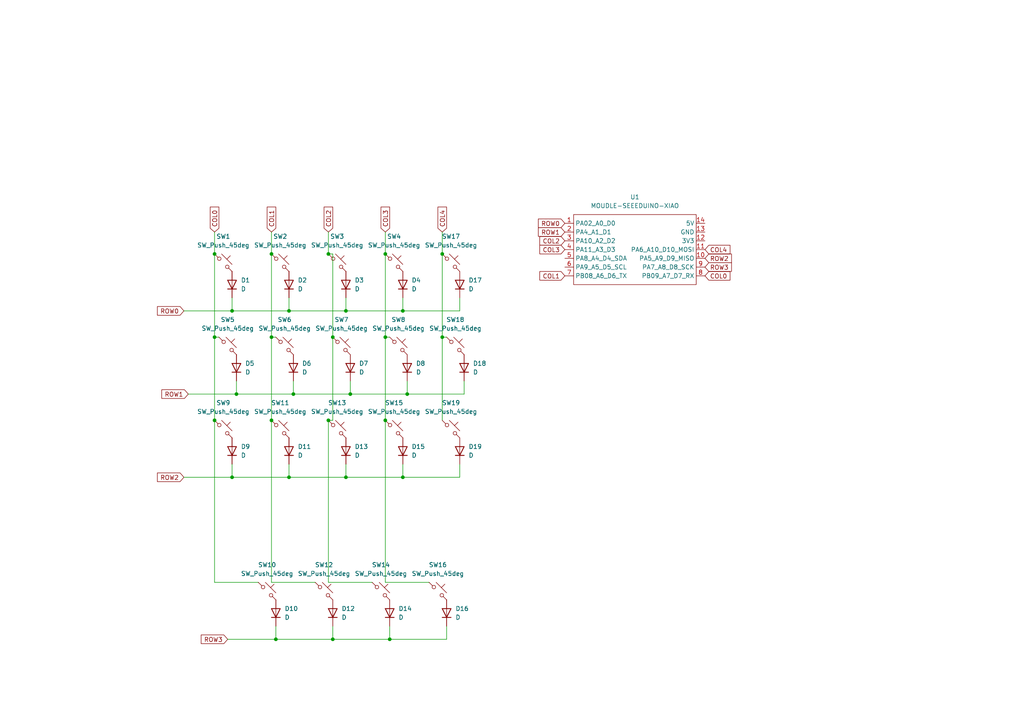
<source format=kicad_sch>
(kicad_sch (version 20231120) (generator "eeschema") (generator_version "8.0")
  (paper "A4")
  (lib_symbols
    (symbol "Device:D" (pin_numbers hide) (pin_names (offset 1.016) hide)
      (property "Reference" "D" (at 0 2.54 0))
      (property "Value" "D" (at 0 -2.54 0))
      (symbol "D_0_1"
        (polyline (pts (xy -1.27 1.27) (xy -1.27 -1.27)) (stroke (width 0.254)))
        (polyline (pts (xy 1.27 0) (xy -1.27 0)))
        (polyline (pts (xy 1.27 1.27) (xy 1.27 -1.27) (xy -1.27 0) (xy 1.27 1.27)) (stroke (width 0.254)))
      )
      (symbol "D_1_1"
        (pin passive line (at -3.81 0 0) (length 2.54) (name "K") (number "1"))
        (pin passive line (at 3.81 0 180) (length 2.54) (name "A") (number "2"))
      )
    )
    (symbol "MOUDLE-SEEEDUINO-XIAO:MOUDLE-SEEEDUINO-XIAO"
      (property "Reference" "U" (at -16.51 11.43 0))
      (property "Value" "MOUDLE-SEEEDUINO-XIAO" (at -3.81 -11.43 0))
      (symbol "MOUDLE-SEEEDUINO-XIAO_0_1"
        (rectangle (start -16.51 10.16) (end 19.05 -10.16))
      )
      (symbol "MOUDLE-SEEEDUINO-XIAO_1_1"
        (pin passive line (at -19.05 7.62 0) (length 2.54) (name "PA02_A0_D0") (number "1"))
        (pin passive line (at 21.59 -2.54 180) (length 2.54) (name "PA5_A9_D9_MISO") (number "10"))
        (pin passive line (at 21.59 0 180) (length 2.54) (name "PA6_A10_D10_MOSI") (number "11"))
        (pin passive line (at 21.59 2.54 180) (length 2.54) (name "3V3") (number "12"))
        (pin passive line (at 21.59 5.08 180) (length 2.54) (name "GND") (number "13"))
        (pin passive line (at 21.59 7.62 180) (length 2.54) (name "5V") (number "14"))
        (pin passive line (at -19.05 5.08 0) (length 2.54) (name "PA4_A1_D1") (number "2"))
        (pin passive line (at -19.05 2.54 0) (length 2.54) (name "PA10_A2_D2") (number "3"))
        (pin passive line (at -19.05 0 0) (length 2.54) (name "PA11_A3_D3") (number "4"))
        (pin passive line (at -19.05 -2.54 0) (length 2.54) (name "PA8_A4_D4_SDA") (number "5"))
        (pin passive line (at -19.05 -5.08 0) (length 2.54) (name "PA9_A5_D5_SCL") (number "6"))
        (pin passive line (at -19.05 -7.62 0) (length 2.54) (name "PB08_A6_D6_TX") (number "7"))
        (pin passive line (at 21.59 -7.62 180) (length 2.54) (name "PB09_A7_D7_RX") (number "8"))
        (pin passive line (at 21.59 -5.08 180) (length 2.54) (name "PA7_A8_D8_SCK") (number "9"))
      )
    )
    (symbol "Switch:SW_Push_45deg" (pin_numbers hide) (pin_names (offset 1.016) hide)
      (property "Reference" "SW" (at 3.048 1.016 0))
      (property "Value" "SW_Push_45deg" (at 0 -3.81 0))
      (symbol "SW_Push_45deg_0_1"
        (circle (center -1.1684 1.1684) (radius 0.508))
        (polyline (pts (xy -0.508 2.54) (xy 2.54 -0.508)))
        (polyline (pts (xy 1.016 1.016) (xy 2.032 2.032)))
        (polyline (pts (xy -2.54 2.54) (xy -1.524 1.524) (xy -1.524 1.524)))
        (polyline (pts (xy 1.524 -1.524) (xy 2.54 -2.54) (xy 2.54 -2.54) (xy 2.54 -2.54)))
        (circle (center 1.143 -1.1938) (radius 0.508))
        (pin passive line (at -2.54 2.54 0) (length 0) (name "1") (number "1"))
        (pin passive line (at 2.54 -2.54 180) (length 0) (name "2") (number "2"))
      )
    )
  )
  (junction (at 111.76 73.66))
  (junction (at 78.74 97.79))
  (junction (at 68.58 114.3))
  (junction (at 116.84 138.43))
  (junction (at 100.33 138.43))
  (junction (at 95.25 121.92))
  (junction (at 101.6 114.3))
  (junction (at 118.11 114.3))
  (junction (at 113.03 185.42))
  (junction (at 96.52 97.79))
  (junction (at 67.31 90.17))
  (junction (at 62.23 97.79))
  (junction (at 96.52 185.42))
  (junction (at 67.31 138.43))
  (junction (at 85.09 114.3))
  (junction (at 100.33 90.17))
  (junction (at 128.27 73.66))
  (junction (at 83.82 138.43))
  (junction (at 78.74 121.92))
  (junction (at 83.82 90.17))
  (junction (at 111.76 97.79))
  (junction (at 80.01 185.42))
  (junction (at 62.23 73.66))
  (junction (at 116.84 90.17))
  (junction (at 128.27 97.79))
  (junction (at 111.76 121.92))
  (junction (at 95.25 73.66))
  (junction (at 62.23 121.92))
  (junction (at 78.74 73.66))
  (wire (pts (xy 118.11 114.3) (xy 134.62 114.3)))
  (wire (pts (xy 68.58 110.49) (xy 68.58 114.3)))
  (wire (pts (xy 62.23 121.92) (xy 62.23 168.91)))
  (wire (pts (xy 116.84 90.17) (xy 116.84 86.36)))
  (wire (pts (xy 111.76 121.92) (xy 111.76 168.91)))
  (wire (pts (xy 78.74 73.66) (xy 78.74 97.79)))
  (wire (pts (xy 62.23 67.31) (xy 62.23 73.66)))
  (wire (pts (xy 116.84 90.17) (xy 133.35 90.17)))
  (wire (pts (xy 101.6 114.3) (xy 118.11 114.3)))
  (wire (pts (xy 53.34 90.17) (xy 67.31 90.17)))
  (wire (pts (xy 66.04 185.42) (xy 80.01 185.42)))
  (wire (pts (xy 83.82 138.43) (xy 100.33 138.43)))
  (wire (pts (xy 100.33 90.17) (xy 116.84 90.17)))
  (wire (pts (xy 134.62 114.3) (xy 134.62 110.49)))
  (wire (pts (xy 116.84 138.43) (xy 133.35 138.43)))
  (wire (pts (xy 83.82 90.17) (xy 100.33 90.17)))
  (wire (pts (xy 95.25 168.91) (xy 107.95 168.91)))
  (wire (pts (xy 116.84 138.43) (xy 116.84 134.62)))
  (wire (pts (xy 54.61 114.3) (xy 68.58 114.3)))
  (wire (pts (xy 96.52 185.42) (xy 113.03 185.42)))
  (wire (pts (xy 118.11 114.3) (xy 118.11 110.49)))
  (wire (pts (xy 85.09 114.3) (xy 101.6 114.3)))
  (wire (pts (xy 95.25 67.31) (xy 95.25 73.66)))
  (wire (pts (xy 83.82 86.36) (xy 83.82 90.17)))
  (wire (pts (xy 113.03 185.42) (xy 113.03 181.61)))
  (wire (pts (xy 100.33 138.43) (xy 100.33 134.62)))
  (wire (pts (xy 111.76 168.91) (xy 124.46 168.91)))
  (wire (pts (xy 113.03 185.42) (xy 129.54 185.42)))
  (wire (pts (xy 100.33 138.43) (xy 116.84 138.43)))
  (wire (pts (xy 100.33 90.17) (xy 100.33 86.36)))
  (wire (pts (xy 83.82 134.62) (xy 83.82 138.43)))
  (wire (pts (xy 62.23 97.79) (xy 63.5 97.79)))
  (wire (pts (xy 67.31 138.43) (xy 83.82 138.43)))
  (wire (pts (xy 111.76 97.79) (xy 111.76 121.92)))
  (wire (pts (xy 62.23 168.91) (xy 74.93 168.91)))
  (wire (pts (xy 96.52 97.79) (xy 96.52 73.66)))
  (wire (pts (xy 78.74 168.91) (xy 91.44 168.91)))
  (wire (pts (xy 129.54 185.42) (xy 129.54 181.61)))
  (wire (pts (xy 96.52 121.92) (xy 95.25 121.92)))
  (wire (pts (xy 128.27 73.66) (xy 128.27 97.79)))
  (wire (pts (xy 133.35 138.43) (xy 133.35 134.62)))
  (wire (pts (xy 68.58 114.3) (xy 85.09 114.3)))
  (wire (pts (xy 128.27 97.79) (xy 129.54 97.79)))
  (wire (pts (xy 78.74 67.31) (xy 78.74 73.66)))
  (wire (pts (xy 96.52 97.79) (xy 96.52 121.92)))
  (wire (pts (xy 128.27 97.79) (xy 128.27 121.92)))
  (wire (pts (xy 101.6 114.3) (xy 101.6 110.49)))
  (wire (pts (xy 78.74 121.92) (xy 78.74 168.91)))
  (wire (pts (xy 85.09 110.49) (xy 85.09 114.3)))
  (wire (pts (xy 128.27 67.31) (xy 128.27 73.66)))
  (wire (pts (xy 96.52 181.61) (xy 96.52 185.42)))
  (wire (pts (xy 80.01 185.42) (xy 96.52 185.42)))
  (wire (pts (xy 62.23 97.79) (xy 62.23 121.92)))
  (wire (pts (xy 80.01 181.61) (xy 80.01 185.42)))
  (wire (pts (xy 111.76 73.66) (xy 111.76 97.79)))
  (wire (pts (xy 78.74 97.79) (xy 78.74 121.92)))
  (wire (pts (xy 53.34 138.43) (xy 67.31 138.43)))
  (wire (pts (xy 133.35 90.17) (xy 133.35 86.36)))
  (wire (pts (xy 67.31 134.62) (xy 67.31 138.43)))
  (wire (pts (xy 95.25 121.92) (xy 95.25 168.91)))
  (wire (pts (xy 78.74 97.79) (xy 80.01 97.79)))
  (wire (pts (xy 67.31 86.36) (xy 67.31 90.17)))
  (wire (pts (xy 62.23 73.66) (xy 62.23 97.79)))
  (wire (pts (xy 111.76 97.79) (xy 113.03 97.79)))
  (wire (pts (xy 67.31 90.17) (xy 83.82 90.17)))
  (wire (pts (xy 111.76 67.31) (xy 111.76 73.66)))
  (wire (pts (xy 96.52 73.66) (xy 95.25 73.66)))
  (global_label "ROW3" (shape input) (at 66.04 185.42 180) (property "Intersheetrefs" "${INTERSHEET_REFS}" (effects (hide yes))))
  (global_label "ROW2" (shape input) (at 53.34 138.43 180) (property "Intersheetrefs" "${INTERSHEET_REFS}" (effects (hide yes))))
  (global_label "COL4" (shape input) (at 128.27 67.31 90) (property "Intersheetrefs" "${INTERSHEET_REFS}" (effects (hide yes))))
  (global_label "ROW0" (shape input) (at 163.83 64.77 180) (property "Intersheetrefs" "${INTERSHEET_REFS}" (effects (hide yes))))
  (global_label "ROW1" (shape input) (at 163.83 67.31 180) (property "Intersheetrefs" "${INTERSHEET_REFS}" (effects (hide yes))))
  (global_label "COL4" (shape input) (at 204.47 72.39 0) (property "Intersheetrefs" "${INTERSHEET_REFS}" (effects (hide yes))))
  (global_label "ROW3" (shape input) (at 204.47 77.47 0) (property "Intersheetrefs" "${INTERSHEET_REFS}" (effects (hide yes))))
  (global_label "COL1" (shape input) (at 163.83 80.01 180) (property "Intersheetrefs" "${INTERSHEET_REFS}" (effects (hide yes))))
  (global_label "COL2" (shape input) (at 163.83 69.85 180) (property "Intersheetrefs" "${INTERSHEET_REFS}" (effects (hide yes))))
  (global_label "COL1" (shape input) (at 78.74 67.31 90) (property "Intersheetrefs" "${INTERSHEET_REFS}" (effects (hide yes))))
  (global_label "ROW2" (shape input) (at 204.47 74.93 0) (property "Intersheetrefs" "${INTERSHEET_REFS}" (effects (hide yes))))
  (global_label "COL2" (shape input) (at 95.25 67.31 90) (property "Intersheetrefs" "${INTERSHEET_REFS}" (effects (hide yes))))
  (global_label "ROW1" (shape input) (at 54.61 114.3 180) (property "Intersheetrefs" "${INTERSHEET_REFS}" (effects (hide yes))))
  (global_label "COL0" (shape input) (at 62.23 67.31 90) (property "Intersheetrefs" "${INTERSHEET_REFS}" (effects (hide yes))))
  (global_label "ROW0" (shape input) (at 53.34 90.17 180) (property "Intersheetrefs" "${INTERSHEET_REFS}" (effects (hide yes))))
  (global_label "COL3" (shape input) (at 163.83 72.39 180) (property "Intersheetrefs" "${INTERSHEET_REFS}" (effects (hide yes))))
  (global_label "COL3" (shape input) (at 111.76 67.31 90) (property "Intersheetrefs" "${INTERSHEET_REFS}" (effects (hide yes))))
  (global_label "COL0" (shape input) (at 204.47 80.01 0) (property "Intersheetrefs" "${INTERSHEET_REFS}" (effects (hide yes))))
  (symbol (lib_id "Device:D") (at 100.33 130.81 90) (unit 1)
    (property "Reference" "D13" (at 102.87 129.5399 90) (effects (justify right)))
    (property "Value" "D" (at 102.87 132.0799 90) (effects (justify right)))
    (property "Footprint" "Diode_THT:D_DO-35_SOD27_P7.62mm_Horizontal" (effects (hide yes)))
    (property "Description" "Diode" (effects (hide yes)))
    (property "Sim.Device" "D" (effects (hide yes)))
    (property "Sim.Pins" "1=K 2=A" (effects (hide yes)))
  )
  (symbol (lib_id "Device:D") (at 85.09 106.68 90) (unit 1)
    (property "Reference" "D6" (at 87.63 105.4099 90) (effects (justify right)))
    (property "Value" "D" (at 87.63 107.9499 90) (effects (justify right)))
    (property "Footprint" "Diode_THT:D_DO-35_SOD27_P7.62mm_Horizontal" (effects (hide yes)))
    (property "Description" "Diode" (effects (hide yes)))
    (property "Sim.Device" "D" (effects (hide yes)))
    (property "Sim.Pins" "1=K 2=A" (effects (hide yes)))
  )
  (symbol (lib_id "Device:D") (at 129.54 177.8 90) (unit 1)
    (property "Reference" "D16" (at 132.08 176.5299 90) (effects (justify right)))
    (property "Value" "D" (at 132.08 179.0699 90) (effects (justify right)))
    (property "Footprint" "Diode_THT:D_DO-35_SOD27_P7.62mm_Horizontal" (effects (hide yes)))
    (property "Description" "Diode" (effects (hide yes)))
    (property "Sim.Device" "D" (effects (hide yes)))
    (property "Sim.Pins" "1=K 2=A" (effects (hide yes)))
  )
  (symbol (lib_id "Device:D") (at 116.84 130.81 90) (unit 1)
    (property "Reference" "D15" (at 119.38 129.5399 90) (effects (justify right)))
    (property "Value" "D" (at 119.38 132.0799 90) (effects (justify right)))
    (property "Footprint" "Diode_THT:D_DO-35_SOD27_P7.62mm_Horizontal" (effects (hide yes)))
    (property "Description" "Diode" (effects (hide yes)))
    (property "Sim.Device" "D" (effects (hide yes)))
    (property "Sim.Pins" "1=K 2=A" (effects (hide yes)))
  )
  (symbol (lib_id "Device:D") (at 133.35 130.81 90) (unit 1)
    (property "Reference" "D19" (at 135.89 129.5399 90) (effects (justify right)))
    (property "Value" "D" (at 135.89 132.0799 90) (effects (justify right)))
    (property "Footprint" "Diode_THT:D_DO-35_SOD27_P7.62mm_Horizontal" (effects (hide yes)))
    (property "Description" "Diode" (effects (hide yes)))
    (property "Sim.Device" "D" (effects (hide yes)))
    (property "Sim.Pins" "1=K 2=A" (effects (hide yes)))
  )
  (symbol (lib_id "Device:D") (at 67.31 82.55 90) (unit 1)
    (property "Reference" "D1" (at 69.85 81.2799 90) (effects (justify right)))
    (property "Value" "D" (at 69.85 83.8199 90) (effects (justify right)))
    (property "Footprint" "Diode_THT:D_DO-35_SOD27_P7.62mm_Horizontal" (effects (hide yes)))
    (property "Description" "Diode" (effects (hide yes)))
    (property "Sim.Device" "D" (effects (hide yes)))
    (property "Sim.Pins" "1=K 2=A" (effects (hide yes)))
  )
  (symbol (lib_id "Device:D") (at 133.35 82.55 90) (unit 1)
    (property "Reference" "D17" (at 135.89 81.2799 90) (effects (justify right)))
    (property "Value" "D" (at 135.89 83.8199 90) (effects (justify right)))
    (property "Footprint" "Diode_THT:D_DO-35_SOD27_P7.62mm_Horizontal" (effects (hide yes)))
    (property "Description" "Diode" (effects (hide yes)))
    (property "Sim.Device" "D" (effects (hide yes)))
    (property "Sim.Pins" "1=K 2=A" (effects (hide yes)))
  )
  (symbol (lib_id "Switch:SW_Push_45deg") (at 130.81 76.2 0) (unit 1)
    (property "Reference" "SW17" (at 130.81 68.58 0))
    (property "Value" "SW_Push_45deg" (at 130.81 71.12 0))
    (property "Footprint" "ScottoKeebs_Choc:Choc_V1V2_1.00u" (effects (hide yes)))
    (property "Description" "Push button switch, normally open, two pins, 45° tilted" (effects (hide yes)))
  )
  (symbol (lib_id "Switch:SW_Push_45deg") (at 77.47 171.45 0) (unit 1)
    (property "Reference" "SW10" (at 77.47 163.83 0))
    (property "Value" "SW_Push_45deg" (at 77.47 166.37 0))
    (property "Footprint" "ScottoKeebs_Choc:Choc_V1V2_1.00u" (effects (hide yes)))
    (property "Description" "Push button switch, normally open, two pins, 45° tilted" (effects (hide yes)))
  )
  (symbol (lib_id "Switch:SW_Push_45deg") (at 93.98 171.45 0) (unit 1)
    (property "Reference" "SW12" (at 93.98 163.83 0))
    (property "Value" "SW_Push_45deg" (at 93.98 166.37 0))
    (property "Footprint" "ScottoKeebs_Choc:Choc_V1V2_1.00u" (effects (hide yes)))
    (property "Description" "Push button switch, normally open, two pins, 45° tilted" (effects (hide yes)))
  )
  (symbol (lib_id "Switch:SW_Push_45deg") (at 130.81 124.46 0) (unit 1)
    (property "Reference" "SW19" (at 130.81 116.84 0))
    (property "Value" "SW_Push_45deg" (at 130.81 119.38 0))
    (property "Footprint" "ScottoKeebs_Choc:Choc_V1V2_1.50u_90deg" (effects (hide yes)))
    (property "Description" "Push button switch, normally open, two pins, 45° tilted" (effects (hide yes)))
  )
  (symbol (lib_id "Device:D") (at 67.31 130.81 90) (unit 1)
    (property "Reference" "D9" (at 69.85 129.5399 90) (effects (justify right)))
    (property "Value" "D" (at 69.85 132.0799 90) (effects (justify right)))
    (property "Footprint" "Diode_THT:D_DO-35_SOD27_P7.62mm_Horizontal" (effects (hide yes)))
    (property "Description" "Diode" (effects (hide yes)))
    (property "Sim.Device" "D" (effects (hide yes)))
    (property "Sim.Pins" "1=K 2=A" (effects (hide yes)))
  )
  (symbol (lib_id "Device:D") (at 100.33 82.55 90) (unit 1)
    (property "Reference" "D3" (at 102.87 81.2799 90) (effects (justify right)))
    (property "Value" "D" (at 102.87 83.8199 90) (effects (justify right)))
    (property "Footprint" "Diode_THT:D_DO-35_SOD27_P7.62mm_Horizontal" (effects (hide yes)))
    (property "Description" "Diode" (effects (hide yes)))
    (property "Sim.Device" "D" (effects (hide yes)))
    (property "Sim.Pins" "1=K 2=A" (effects (hide yes)))
  )
  (symbol (lib_id "Switch:SW_Push_45deg") (at 82.55 100.33 0) (unit 1)
    (property "Reference" "SW6" (at 82.55 92.71 0))
    (property "Value" "SW_Push_45deg" (at 82.55 95.25 0))
    (property "Footprint" "ScottoKeebs_Choc:Choc_V1V2_1.00u" (effects (hide yes)))
    (property "Description" "Push button switch, normally open, two pins, 45° tilted" (effects (hide yes)))
  )
  (symbol (lib_id "Switch:SW_Push_45deg") (at 114.3 76.2 0) (unit 1)
    (property "Reference" "SW4" (at 114.3 68.58 0))
    (property "Value" "SW_Push_45deg" (at 114.3 71.12 0))
    (property "Footprint" "ScottoKeebs_Choc:Choc_V1V2_1.00u" (effects (hide yes)))
    (property "Description" "Push button switch, normally open, two pins, 45° tilted" (effects (hide yes)))
  )
  (symbol (lib_id "Device:D") (at 68.58 106.68 90) (unit 1)
    (property "Reference" "D5" (at 71.12 105.4099 90) (effects (justify right)))
    (property "Value" "D" (at 71.12 107.9499 90) (effects (justify right)))
    (property "Footprint" "Diode_THT:D_DO-35_SOD27_P7.62mm_Horizontal" (effects (hide yes)))
    (property "Description" "Diode" (effects (hide yes)))
    (property "Sim.Device" "D" (effects (hide yes)))
    (property "Sim.Pins" "1=K 2=A" (effects (hide yes)))
  )
  (symbol (lib_id "Switch:SW_Push_45deg") (at 81.28 124.46 0) (unit 1)
    (property "Reference" "SW11" (at 81.28 116.84 0))
    (property "Value" "SW_Push_45deg" (at 81.28 119.38 0))
    (property "Footprint" "ScottoKeebs_Choc:Choc_V1V2_1.00u" (effects (hide yes)))
    (property "Description" "Push button switch, normally open, two pins, 45° tilted" (effects (hide yes)))
  )
  (symbol (lib_id "Device:D") (at 83.82 130.81 90) (unit 1)
    (property "Reference" "D11" (at 86.36 129.5399 90) (effects (justify right)))
    (property "Value" "D" (at 86.36 132.0799 90) (effects (justify right)))
    (property "Footprint" "Diode_THT:D_DO-35_SOD27_P7.62mm_Horizontal" (effects (hide yes)))
    (property "Description" "Diode" (effects (hide yes)))
    (property "Sim.Device" "D" (effects (hide yes)))
    (property "Sim.Pins" "1=K 2=A" (effects (hide yes)))
  )
  (symbol (lib_id "Device:D") (at 134.62 106.68 90) (unit 1)
    (property "Reference" "D18" (at 137.16 105.4099 90) (effects (justify right)))
    (property "Value" "D" (at 137.16 107.9499 90) (effects (justify right)))
    (property "Footprint" "Diode_THT:D_DO-35_SOD27_P7.62mm_Horizontal" (effects (hide yes)))
    (property "Description" "Diode" (effects (hide yes)))
    (property "Sim.Device" "D" (effects (hide yes)))
    (property "Sim.Pins" "1=K 2=A" (effects (hide yes)))
  )
  (symbol (lib_id "Switch:SW_Push_45deg") (at 66.04 100.33 0) (unit 1)
    (property "Reference" "SW5" (at 66.04 92.71 0))
    (property "Value" "SW_Push_45deg" (at 66.04 95.25 0))
    (property "Footprint" "ScottoKeebs_Choc:Choc_V1V2_1.00u" (effects (hide yes)))
    (property "Description" "Push button switch, normally open, two pins, 45° tilted" (effects (hide yes)))
  )
  (symbol (lib_id "Switch:SW_Push_45deg") (at 132.08 100.33 0) (unit 1)
    (property "Reference" "SW18" (at 132.08 92.71 0))
    (property "Value" "SW_Push_45deg" (at 132.08 95.25 0))
    (property "Footprint" "ScottoKeebs_Choc:Choc_V1V2_1.00u" (effects (hide yes)))
    (property "Description" "Push button switch, normally open, two pins, 45° tilted" (effects (hide yes)))
  )
  (symbol (lib_id "Device:D") (at 118.11 106.68 90) (unit 1)
    (property "Reference" "D8" (at 120.65 105.4099 90) (effects (justify right)))
    (property "Value" "D" (at 120.65 107.9499 90) (effects (justify right)))
    (property "Footprint" "Diode_THT:D_DO-35_SOD27_P7.62mm_Horizontal" (effects (hide yes)))
    (property "Description" "Diode" (effects (hide yes)))
    (property "Sim.Device" "D" (effects (hide yes)))
    (property "Sim.Pins" "1=K 2=A" (effects (hide yes)))
  )
  (symbol (lib_id "Device:D") (at 83.82 82.55 90) (unit 1)
    (property "Reference" "D2" (at 86.36 81.2799 90) (effects (justify right)))
    (property "Value" "D" (at 86.36 83.8199 90) (effects (justify right)))
    (property "Footprint" "Diode_THT:D_DO-35_SOD27_P7.62mm_Horizontal" (effects (hide yes)))
    (property "Description" "Diode" (effects (hide yes)))
    (property "Sim.Device" "D" (effects (hide yes)))
    (property "Sim.Pins" "1=K 2=A" (effects (hide yes)))
  )
  (symbol (lib_id "Device:D") (at 101.6 106.68 90) (unit 1)
    (property "Reference" "D7" (at 104.14 105.4099 90) (effects (justify right)))
    (property "Value" "D" (at 104.14 107.9499 90) (effects (justify right)))
    (property "Footprint" "Diode_THT:D_DO-35_SOD27_P7.62mm_Horizontal" (effects (hide yes)))
    (property "Description" "Diode" (effects (hide yes)))
    (property "Sim.Device" "D" (effects (hide yes)))
    (property "Sim.Pins" "1=K 2=A" (effects (hide yes)))
  )
  (symbol (lib_id "Device:D") (at 96.52 177.8 90) (unit 1)
    (property "Reference" "D12" (at 99.06 176.5299 90) (effects (justify right)))
    (property "Value" "D" (at 99.06 179.0699 90) (effects (justify right)))
    (property "Footprint" "Diode_THT:D_DO-35_SOD27_P7.62mm_Horizontal" (effects (hide yes)))
    (property "Description" "Diode" (effects (hide yes)))
    (property "Sim.Device" "D" (effects (hide yes)))
    (property "Sim.Pins" "1=K 2=A" (effects (hide yes)))
  )
  (symbol (lib_id "Switch:SW_Push_45deg") (at 81.28 76.2 0) (unit 1)
    (property "Reference" "SW2" (at 81.28 68.58 0))
    (property "Value" "SW_Push_45deg" (at 81.28 71.12 0))
    (property "Footprint" "ScottoKeebs_Choc:Choc_V1V2_1.00u" (effects (hide yes)))
    (property "Description" "Push button switch, normally open, two pins, 45° tilted" (effects (hide yes)))
  )
  (symbol (lib_id "Switch:SW_Push_45deg") (at 110.49 171.45 0) (unit 1)
    (property "Reference" "SW14" (at 110.49 163.83 0))
    (property "Value" "SW_Push_45deg" (at 110.49 166.37 0))
    (property "Footprint" "ScottoKeebs_Choc:Choc_V1V2_1.00u" (effects (hide yes)))
    (property "Description" "Push button switch, normally open, two pins, 45° tilted" (effects (hide yes)))
  )
  (symbol (lib_id "Switch:SW_Push_45deg") (at 64.77 76.2 0) (unit 1)
    (property "Reference" "SW1" (at 64.77 68.58 0))
    (property "Value" "SW_Push_45deg" (at 64.77 71.12 0))
    (property "Footprint" "ScottoKeebs_Choc:Choc_V1V2_1.00u" (effects (hide yes)))
    (property "Description" "Push button switch, normally open, two pins, 45° tilted" (effects (hide yes)))
  )
  (symbol (lib_id "Switch:SW_Push_45deg") (at 127 171.45 0) (unit 1)
    (property "Reference" "SW16" (at 127 163.83 0))
    (property "Value" "SW_Push_45deg" (at 127 166.37 0))
    (property "Footprint" "ScottoKeebs_Choc:Choc_V1V2_1.00u" (effects (hide yes)))
    (property "Description" "Push button switch, normally open, two pins, 45° tilted" (effects (hide yes)))
  )
  (symbol (lib_id "Switch:SW_Push_45deg") (at 64.77 124.46 0) (unit 1)
    (property "Reference" "SW9" (at 64.77 116.84 0))
    (property "Value" "SW_Push_45deg" (at 64.77 119.38 0))
    (property "Footprint" "ScottoKeebs_Choc:Choc_V1V2_1.00u" (effects (hide yes)))
    (property "Description" "Push button switch, normally open, two pins, 45° tilted" (effects (hide yes)))
  )
  (symbol (lib_id "Switch:SW_Push_45deg") (at 114.3 124.46 0) (unit 1)
    (property "Reference" "SW15" (at 114.3 116.84 0))
    (property "Value" "SW_Push_45deg" (at 114.3 119.38 0))
    (property "Footprint" "ScottoKeebs_Choc:Choc_V1V2_1.00u" (effects (hide yes)))
    (property "Description" "Push button switch, normally open, two pins, 45° tilted" (effects (hide yes)))
  )
  (symbol (lib_id "Device:D") (at 113.03 177.8 90) (unit 1)
    (property "Reference" "D14" (at 115.57 176.5299 90) (effects (justify right)))
    (property "Value" "D" (at 115.57 179.0699 90) (effects (justify right)))
    (property "Footprint" "Diode_THT:D_DO-35_SOD27_P7.62mm_Horizontal" (effects (hide yes)))
    (property "Description" "Diode" (effects (hide yes)))
    (property "Sim.Device" "D" (effects (hide yes)))
    (property "Sim.Pins" "1=K 2=A" (effects (hide yes)))
  )
  (symbol (lib_id "MOUDLE-SEEEDUINO-XIAO:MOUDLE-SEEEDUINO-XIAO") (at 182.88 72.39 0) (unit 1)
    (property "Reference" "U1" (at 184.15 57.15 0))
    (property "Value" "MOUDLE-SEEEDUINO-XIAO" (at 184.15 59.69 0))
    (property "Footprint" "Seeed Studio XIAO Series Library:XIAO-Generic-Thruhole-14P-2.54-21X17.8MM" (effects (hide yes)))
  )
  (symbol (lib_id "Device:D") (at 80.01 177.8 90) (unit 1)
    (property "Reference" "D10" (at 82.55 176.5299 90) (effects (justify right)))
    (property "Value" "D" (at 82.55 179.0699 90) (effects (justify right)))
    (property "Footprint" "Diode_THT:D_DO-35_SOD27_P7.62mm_Horizontal" (effects (hide yes)))
    (property "Description" "Diode" (effects (hide yes)))
    (property "Sim.Device" "D" (effects (hide yes)))
    (property "Sim.Pins" "1=K 2=A" (effects (hide yes)))
  )
  (symbol (lib_id "Switch:SW_Push_45deg") (at 115.57 100.33 0) (unit 1)
    (property "Reference" "SW8" (at 115.57 92.71 0))
    (property "Value" "SW_Push_45deg" (at 115.57 95.25 0))
    (property "Footprint" "ScottoKeebs_Choc:Choc_V1V2_1.00u" (effects (hide yes)))
    (property "Description" "Push button switch, normally open, two pins, 45° tilted" (effects (hide yes)))
  )
  (symbol (lib_id "Switch:SW_Push_45deg") (at 99.06 100.33 0) (unit 1)
    (property "Reference" "SW7" (at 99.06 92.71 0))
    (property "Value" "SW_Push_45deg" (at 99.06 95.25 0))
    (property "Footprint" "ScottoKeebs_Choc:Choc_V1V2_1.00u" (effects (hide yes)))
    (property "Description" "Push button switch, normally open, two pins, 45° tilted" (effects (hide yes)))
  )
  (symbol (lib_id "Device:D") (at 116.84 82.55 90) (unit 1)
    (property "Reference" "D4" (at 119.38 81.2799 90) (effects (justify right)))
    (property "Value" "D" (at 119.38 83.8199 90) (effects (justify right)))
    (property "Footprint" "Diode_THT:D_DO-35_SOD27_P7.62mm_Horizontal" (effects (hide yes)))
    (property "Description" "Diode" (effects (hide yes)))
    (property "Sim.Device" "D" (effects (hide yes)))
    (property "Sim.Pins" "1=K 2=A" (effects (hide yes)))
  )
  (symbol (lib_id "Switch:SW_Push_45deg") (at 97.79 76.2 0) (unit 1)
    (property "Reference" "SW3" (at 97.79 68.58 0))
    (property "Value" "SW_Push_45deg" (at 97.79 71.12 0))
    (property "Footprint" "ScottoKeebs_Choc:Choc_V1V2_1.00u" (effects (hide yes)))
    (property "Description" "Push button switch, normally open, two pins, 45° tilted" (effects (hide yes)))
  )
  (symbol (lib_id "Switch:SW_Push_45deg") (at 97.79 124.46 0) (unit 1)
    (property "Reference" "SW13" (at 97.79 116.84 0))
    (property "Value" "SW_Push_45deg" (at 97.79 119.38 0))
    (property "Footprint" "ScottoKeebs_Choc:Choc_V1V2_1.00u" (effects (hide yes)))
    (property "Description" "Push button switch, normally open, two pins, 45° tilted" (effects (hide yes)))
  )
)
</source>
